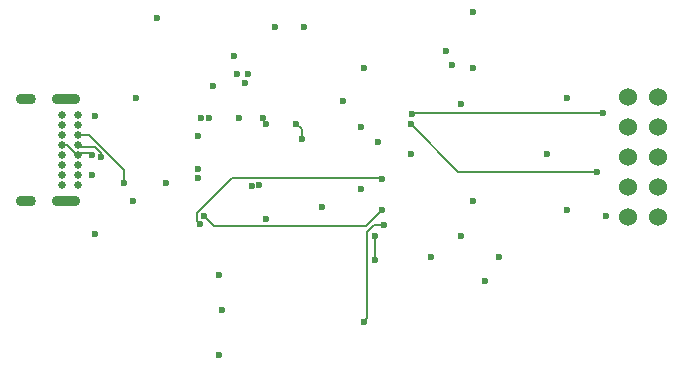
<source format=gbr>
%TF.GenerationSoftware,KiCad,Pcbnew,9.0.3*%
%TF.CreationDate,2025-07-20T22:32:55-06:00*%
%TF.ProjectId,bare_mega_1284,62617265-5f6d-4656-9761-5f313238342e,rev?*%
%TF.SameCoordinates,Original*%
%TF.FileFunction,Copper,L4,Bot*%
%TF.FilePolarity,Positive*%
%FSLAX46Y46*%
G04 Gerber Fmt 4.6, Leading zero omitted, Abs format (unit mm)*
G04 Created by KiCad (PCBNEW 9.0.3) date 2025-07-20 22:32:55*
%MOMM*%
%LPD*%
G01*
G04 APERTURE LIST*
%TA.AperFunction,ComponentPad*%
%ADD10C,0.650000*%
%TD*%
%TA.AperFunction,ComponentPad*%
%ADD11O,1.700000X0.900000*%
%TD*%
%TA.AperFunction,ComponentPad*%
%ADD12O,2.400000X0.900000*%
%TD*%
%TA.AperFunction,ComponentPad*%
%ADD13C,1.524000*%
%TD*%
%TA.AperFunction,ViaPad*%
%ADD14C,0.600000*%
%TD*%
%TA.AperFunction,Conductor*%
%ADD15C,0.200000*%
%TD*%
G04 APERTURE END LIST*
D10*
%TO.P,J1,A1,GND*%
%TO.N,GND*%
X121860000Y-95675000D03*
%TO.P,J1,A4,VBUS*%
%TO.N,+5V*%
X121860000Y-96525000D03*
%TO.P,J1,A5,CC1*%
%TO.N,Net-(J1-CC1)*%
X121860000Y-97375000D03*
%TO.P,J1,A6,DP1*%
%TO.N,/D_P*%
X121860000Y-98225000D03*
%TO.P,J1,A7,DN1*%
%TO.N,/D_N*%
X121860000Y-99075000D03*
%TO.P,J1,A8,SBU1*%
%TO.N,unconnected-(J1-SBU1-PadA8)*%
X121860000Y-99925000D03*
%TO.P,J1,A9,VBUS__1*%
%TO.N,+5V*%
X121860000Y-100775000D03*
%TO.P,J1,A12,GND__1*%
%TO.N,GND*%
X121860000Y-101625000D03*
%TO.P,J1,B1,GND__2*%
X120510000Y-101625000D03*
%TO.P,J1,B4,VBUS__2*%
%TO.N,+5V*%
X120510000Y-100775000D03*
%TO.P,J1,B5,CC2*%
%TO.N,Net-(J1-CC2)*%
X120510000Y-99925000D03*
%TO.P,J1,B6,DP2*%
%TO.N,/D_P*%
X120510000Y-99075000D03*
%TO.P,J1,B7,DN2*%
%TO.N,/D_N*%
X120510000Y-98225000D03*
%TO.P,J1,B8,SBU2*%
%TO.N,unconnected-(J1-SBU2-PadB8)*%
X120510000Y-97375000D03*
%TO.P,J1,B9,VBUS__3*%
%TO.N,+5V*%
X120510000Y-96525000D03*
%TO.P,J1,B12,GND__3*%
%TO.N,GND*%
X120510000Y-95675000D03*
D11*
%TO.P,J1,S1,SHELL*%
X117500000Y-94325000D03*
%TO.P,J1,S2,SHELL__1*%
X117500000Y-102975000D03*
D12*
%TO.P,J1,S3,SHELL__2*%
X120880000Y-94325000D03*
%TO.P,J1,S4,SHELL__3*%
X120880000Y-102975000D03*
%TD*%
D13*
%TO.P,CON1,10,10*%
%TO.N,GND*%
X168410000Y-94140000D03*
%TO.P,CON1,9,9*%
%TO.N,/MISO*%
X170950000Y-94140000D03*
%TO.P,CON1,8,8*%
%TO.N,GND*%
X168410000Y-96680000D03*
%TO.P,CON1,7,7*%
%TO.N,/SCK*%
X170950000Y-96680000D03*
%TO.P,CON1,6,6*%
%TO.N,unconnected-(CON1-Pad6)*%
X168410000Y-99220000D03*
%TO.P,CON1,5,5*%
%TO.N,/RES*%
X170950000Y-99220000D03*
%TO.P,CON1,4,4*%
%TO.N,unconnected-(CON1-Pad4)*%
X168410000Y-101760000D03*
%TO.P,CON1,3,3*%
%TO.N,unconnected-(CON1-Pad3)*%
X170950000Y-101760000D03*
%TO.P,CON1,2,2*%
%TO.N,+5V*%
X168410000Y-104300000D03*
%TO.P,CON1,1,1*%
%TO.N,/MOSI*%
X170950000Y-104300000D03*
%TD*%
D14*
%TO.N,Net-(U2-RESET#)*%
X140800000Y-97730000D03*
X140359999Y-96442812D03*
%TO.N,+5V*%
X136050000Y-92980000D03*
X136300000Y-92230000D03*
X136300000Y-92230000D03*
X136300000Y-92230000D03*
X136300000Y-92230000D03*
X136300000Y-92230000D03*
X136300000Y-92230000D03*
X136300000Y-92230000D03*
X135300000Y-92230000D03*
X135300000Y-92230000D03*
X135300000Y-92230000D03*
X166550000Y-104230000D03*
%TO.N,Net-(U1-(PCINT26{slash}RXD1{slash}INT0)_PD2)*%
X146050000Y-113230000D03*
%TO.N,/MISO*%
X150166835Y-95613165D03*
X166300000Y-95480000D03*
%TO.N,/SCK*%
X150050000Y-96480000D03*
X165800000Y-100480000D03*
%TO.N,Net-(U1-(PCINT26{slash}RXD1{slash}INT0)_PD2)*%
X147800000Y-104980000D03*
%TO.N,/TXD*%
X147636835Y-101114010D03*
X132202760Y-104950713D03*
%TO.N,/RXD*%
X132550000Y-104230000D03*
X147636835Y-103730000D03*
%TO.N,/XTAL2*%
X147050000Y-107980000D03*
X146994153Y-105937318D03*
%TO.N,Net-(J1-CC1)*%
X125800000Y-101480000D03*
%TO.N,+5V*%
X123300000Y-95730000D03*
X123050000Y-100730000D03*
X146050000Y-91730000D03*
X153550000Y-91480000D03*
X155300000Y-91730000D03*
X144300000Y-94480000D03*
X145800000Y-96730000D03*
X147300000Y-97980000D03*
X154300000Y-105950802D03*
X151800000Y-107730000D03*
X123300000Y-105730000D03*
X129300000Y-101480000D03*
X137800000Y-104480000D03*
X142550000Y-103480000D03*
X133300000Y-93230000D03*
%TO.N,GND*%
X126800000Y-94230000D03*
X126550000Y-102980000D03*
X157551000Y-107730000D03*
X156300000Y-109730000D03*
X133800000Y-109230000D03*
X133800000Y-115980000D03*
X134050000Y-112230000D03*
X133000003Y-95980000D03*
X132300000Y-95980000D03*
X132050000Y-97480000D03*
X132050000Y-100279997D03*
X132050000Y-100980000D03*
X136605297Y-101661942D03*
X137235671Y-101631975D03*
X137800000Y-96480000D03*
X137550000Y-95980000D03*
X135550000Y-95980000D03*
X145800000Y-101980000D03*
X154300000Y-94730000D03*
X150050000Y-98980000D03*
X155300000Y-102980000D03*
X161550000Y-98970000D03*
X163300000Y-103730000D03*
X163300000Y-94230000D03*
X155300000Y-86980000D03*
X153050000Y-90230000D03*
X141050000Y-88230000D03*
X138550000Y-88230000D03*
X135050000Y-90730000D03*
X128550000Y-87480000D03*
%TO.N,/D_P*%
X123864232Y-99243871D03*
%TO.N,/D_N*%
X123082256Y-99075000D03*
%TD*%
D15*
%TO.N,Net-(U2-RESET#)*%
X140800000Y-96882813D02*
X140359999Y-96442812D01*
X140800000Y-97730000D02*
X140800000Y-96882813D01*
%TO.N,Net-(U1-(PCINT26{slash}RXD1{slash}INT0)_PD2)*%
X146382222Y-112897778D02*
X146050000Y-113230000D01*
X146382222Y-105551713D02*
X146382222Y-112897778D01*
%TO.N,/MISO*%
X166300000Y-95480000D02*
X150300000Y-95480000D01*
X150300000Y-95480000D02*
X150166835Y-95613165D01*
%TO.N,/SCK*%
X165800000Y-100480000D02*
X154050000Y-100480000D01*
X154050000Y-100480000D02*
X150050000Y-96480000D01*
%TO.N,Net-(U1-(PCINT26{slash}RXD1{slash}INT0)_PD2)*%
X146953935Y-104980000D02*
X146382222Y-105551713D01*
X147800000Y-104980000D02*
X146953935Y-104980000D01*
%TO.N,/XTAL2*%
X147036835Y-107966835D02*
X147050000Y-107980000D01*
X146994153Y-105937318D02*
X147036835Y-105980000D01*
X147036835Y-105980000D02*
X147036835Y-107966835D01*
%TO.N,/TXD*%
X131949000Y-103981057D02*
X134950057Y-100980000D01*
X132202760Y-104950713D02*
X131949000Y-104696953D01*
X134950057Y-100980000D02*
X147550000Y-100980000D01*
X131949000Y-104696953D02*
X131949000Y-103981057D01*
%TO.N,/RXD*%
X133401000Y-105081000D02*
X132550000Y-104230000D01*
X146285835Y-105081000D02*
X133401000Y-105081000D01*
X147636835Y-103730000D02*
X146285835Y-105081000D01*
%TO.N,/D_N*%
X121824702Y-99075000D02*
X121860000Y-99075000D01*
X120974702Y-98225000D02*
X121824702Y-99075000D01*
X120510000Y-98225000D02*
X120974702Y-98225000D01*
%TO.N,Net-(J1-CC1)*%
X122845304Y-97375000D02*
X125800000Y-100329696D01*
X125800000Y-100329696D02*
X125800000Y-101480000D01*
X121860000Y-97375000D02*
X122845304Y-97375000D01*
%TO.N,/D_P*%
X123850361Y-99230000D02*
X123864232Y-99243871D01*
X123800000Y-98942801D02*
X123800000Y-99230000D01*
X122059999Y-98424999D02*
X123282198Y-98424999D01*
X121860000Y-98225000D02*
X122059999Y-98424999D01*
X123282198Y-98424999D02*
X123800000Y-98942801D01*
X123800000Y-99230000D02*
X123850361Y-99230000D01*
%TO.N,/D_N*%
X122882257Y-98875001D02*
X123082256Y-99075000D01*
X122059999Y-98875001D02*
X122882257Y-98875001D01*
X121860000Y-99075000D02*
X122059999Y-98875001D01*
%TD*%
M02*

</source>
